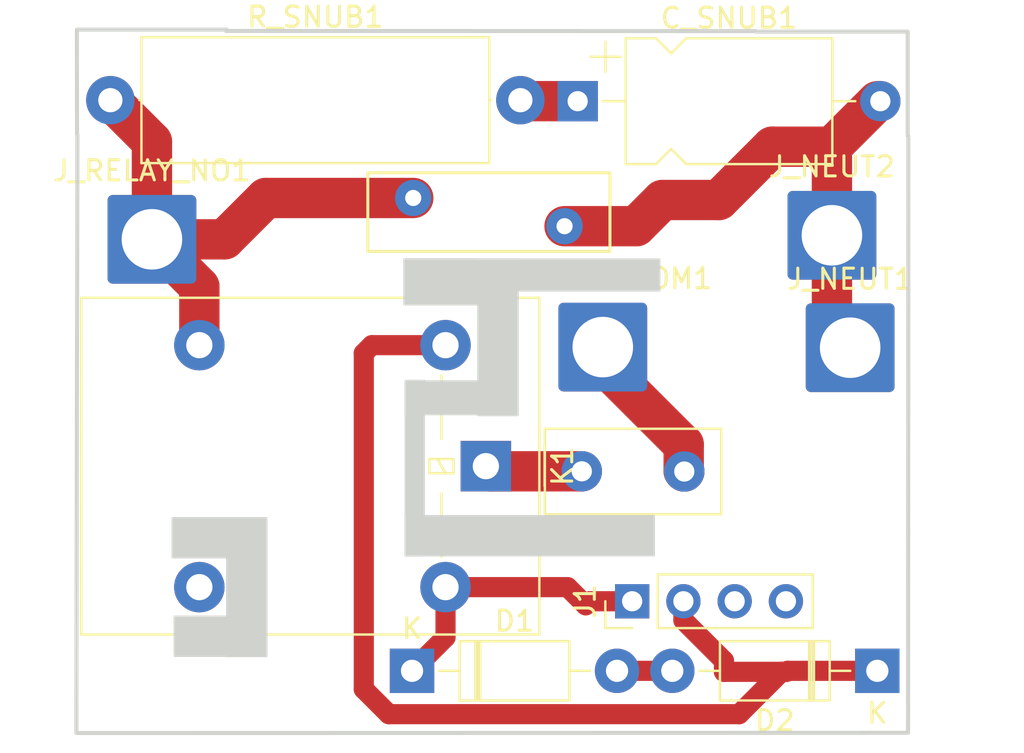
<source format=kicad_pcb>
(kicad_pcb (version 20240108) (generator "pcbnew") (generator_version "8.0")
  (layers (0 "F.Cu" signal) (31 "B.Cu" signal) (34 "B.Paste" user) (35 "F.Paste" user) (36 "B.SilkS" user "B.Silkscreen") (37 "F.SilkS" user "F.Silkscreen") (38 "B.Mask" user) (39 "F.Mask" user) (44 "Edge.Cuts" user))
  (net 0 "")
  (net 1 "Net-(C_SNUB1-Pad1)")
  (net 2 "NEUT")
  (net 3 "+5V")
  (net 4 "Net-(D1-A)")
  (net 5 "Net-(D2-K)")
  (net 7 "GND")
  (net 8 "Net-(J_RELAY_COM1-Pin_1)")
  (net 9 "Net-(J_RELAY_NO1-Pin_1)")
  (net 11 "Net-(F1-Pad2)")
  (footprint "Relay_THT:Relay_SPDT_Omron-G5LE-1" (layer "F.Cu") (at 20.365527 21.753945 -90)
    (property "Reference" "K1" (at 0 -3.8 90) (layer "F.SilkS"))
    (property "Value" "G5LE-1")
    (fp_line (start -8.35 20.05) (end 8.35 20.05) (stroke (width 0.12)) (layer "F.SilkS"))
    (fp_line (start 8.35 20.05) (end 8.35 -2.65) (stroke (width 0.12)) (layer "F.SilkS"))
    (fp_line (start -0.35 2.8) (end 0.35 2.8) (stroke (width 0.12)) (layer "F.SilkS"))
    (fp_line (start 0.35 2.8) (end 0.35 1.6) (stroke (width 0.12)) (layer "F.SilkS"))
    (fp_line (start -0.35 2.4) (end 0.35 2) (stroke (width 0.12)) (layer "F.SilkS"))
    (fp_line (start -4.5 2.2) (end -1.35 2.2) (stroke (width 0.12)) (layer "F.SilkS"))
    (fp_line (start 1.35 2.2) (end 4.5 2.2) (stroke (width 0.12)) (layer "F.SilkS"))
    (fp_line (start -0.35 1.6) (end -0.35 2.8) (stroke (width 0.12)) (layer "F.SilkS"))
    (fp_line (start 0.35 1.6) (end -0.35 1.6) (stroke (width 0.12)) (layer "F.SilkS"))
    (fp_line (start -8.35 -2.65) (end -8.35 20.05) (stroke (width 0.12)) (layer "F.SilkS"))
    (fp_line (start 8.35 -2.65) (end -8.35 -2.65) (stroke (width 0.12)) (layer "F.SilkS"))
    (fp_line (start -1 -2.91) (end 1 -2.91) (stroke (width 0.12)) (layer "F.SilkS"))
    (pad "1" thru_hole rect (at 0 0 270) (size 2.5 2.5) (drill 1.3) (layers "*.Cu" "*.Mask" "In1.Cu" "In2.Cu" "In3.Cu" "In4.Cu" "In5.Cu" "In6.Cu" "In7.Cu" "In8.Cu" "In9.Cu" "In10.Cu" "In11.Cu" "In12.Cu" "In13.Cu" "In14.Cu" "In15.Cu" "In16.Cu" "In17.Cu" "In18.Cu" "In19.Cu" "In20.Cu" "In21.Cu" "In22.Cu" "In23.Cu" "In24.Cu" "In25.Cu" "In26.Cu" "In27.Cu" "In28.Cu" "In29.Cu" "In30.Cu") (net 11 "Net-(F1-Pad2)"))
    (pad "2" thru_hole oval (at -6 2 270) (size 2.5 2.5) (drill 1.3) (layers "*.Cu" "*.Mask" "In1.Cu" "In2.Cu" "In3.Cu" "In4.Cu" "In5.Cu" "In6.Cu" "In7.Cu" "In8.Cu" "In9.Cu" "In10.Cu" "In11.Cu" "In12.Cu" "In13.Cu" "In14.Cu" "In15.Cu" "In16.Cu" "In17.Cu" "In18.Cu" "In19.Cu" "In20.Cu" "In21.Cu" "In22.Cu" "In23.Cu" "In24.Cu" "In25.Cu" "In26.Cu" "In27.Cu" "In28.Cu" "In29.Cu" "In30.Cu") (net 5 "Net-(D2-K)"))
    (pad "3" thru_hole oval (at -6 14.2 270) (size 2.5 2.5) (drill 1.3) (layers "*.Cu" "*.Mask" "In1.Cu" "In2.Cu" "In3.Cu" "In4.Cu" "In5.Cu" "In6.Cu" "In7.Cu" "In8.Cu" "In9.Cu" "In10.Cu" "In11.Cu" "In12.Cu" "In13.Cu" "In14.Cu" "In15.Cu" "In16.Cu" "In17.Cu" "In18.Cu" "In19.Cu" "In20.Cu" "In21.Cu" "In22.Cu" "In23.Cu" "In24.Cu" "In25.Cu" "In26.Cu" "In27.Cu" "In28.Cu" "In29.Cu" "In30.Cu") (net 9 "Net-(J_RELAY_NO1-Pin_1)"))
    (pad "4" thru_hole oval (at 6 14.2 270) (size 2.5 2.5) (drill 1.3) (layers "*.Cu" "*.Mask" "In1.Cu" "In2.Cu" "In3.Cu" "In4.Cu" "In5.Cu" "In6.Cu" "In7.Cu" "In8.Cu" "In9.Cu" "In10.Cu" "In11.Cu" "In12.Cu" "In13.Cu" "In14.Cu" "In15.Cu" "In16.Cu" "In17.Cu" "In18.Cu" "In19.Cu" "In20.Cu" "In21.Cu" "In22.Cu" "In23.Cu" "In24.Cu" "In25.Cu" "In26.Cu" "In27.Cu" "In28.Cu" "In29.Cu" "In30.Cu"))
    (pad "5" thru_hole oval (at 6 2 270) (size 2.5 2.5) (drill 1.3) (layers "*.Cu" "*.Mask" "In1.Cu" "In2.Cu" "In3.Cu" "In4.Cu" "In5.Cu" "In6.Cu" "In7.Cu" "In8.Cu" "In9.Cu" "In10.Cu" "In11.Cu" "In12.Cu" "In13.Cu" "In14.Cu" "In15.Cu" "In16.Cu" "In17.Cu" "In18.Cu" "In19.Cu" "In20.Cu" "In21.Cu" "In22.Cu" "In23.Cu" "In24.Cu" "In25.Cu" "In26.Cu" "In27.Cu" "In28.Cu" "In29.Cu" "In30.Cu") (net 3 "+5V"))
  )
  (footprint "Connector_Wire:SolderWire-2.5sqmm_1x01_D2.4mm_OD4.4mm" (layer "F.Cu") (at 38.41985 15.87922)
    (property "Reference" "J_NEUT1" (at 0 -3.4 0) (layer "F.SilkS"))
    (property "Value" "Conn_01x01_Socket")
    (pad "1" thru_hole roundrect (at 0 0) (size 4.4 4.4) (drill 3) (layers "*.Cu" "*.Mask" "In1.Cu" "In2.Cu" "In3.Cu" "In4.Cu" "In5.Cu" "In6.Cu" "In7.Cu" "In8.Cu" "In9.Cu" "In10.Cu" "In11.Cu" "In12.Cu" "In13.Cu" "In14.Cu" "In15.Cu" "In16.Cu" "In17.Cu" "In18.Cu" "In19.Cu" "In20.Cu" "In21.Cu" "In22.Cu" "In23.Cu" "In24.Cu" "In25.Cu" "In26.Cu" "In27.Cu" "In28.Cu" "In29.Cu" "In30.Cu") (roundrect_rratio 0.056818) (net 2 "NEUT"))
  )
  (footprint "Varistor:RV_Disc_D12mm_W3.9mm_P7.5mm" (layer "F.Cu") (at 16.765527 8.453945)
    (property "Reference" "RV_SNUB1" (at 3.75 3.65 0) (layer "F.SilkS"))
    (property "Value" "Varistor")
    (fp_line (start -2.25 -1.25) (end -2.25 2.65) (stroke (width 0.15)) (layer "F.SilkS"))
    (fp_line (start -2.25 -1.25) (end 9.75 -1.25) (stroke (width 0.15)) (layer "F.SilkS"))
    (fp_line (start -2.25 2.65) (end 9.75 2.65) (stroke (width 0.15)) (layer "F.SilkS"))
    (fp_line (start 9.75 -1.25) (end 9.75 2.65) (stroke (width 0.15)) (layer "F.SilkS"))
    (pad "1" thru_hole circle (at 0 0) (size 1.8 1.8) (drill 0.8) (layers "*.Cu" "*.Mask" "In1.Cu" "In2.Cu" "In3.Cu" "In4.Cu" "In5.Cu" "In6.Cu" "In7.Cu" "In8.Cu" "In9.Cu" "In10.Cu" "In11.Cu" "In12.Cu" "In13.Cu" "In14.Cu" "In15.Cu" "In16.Cu" "In17.Cu" "In18.Cu" "In19.Cu" "In20.Cu" "In21.Cu" "In22.Cu" "In23.Cu" "In24.Cu" "In25.Cu" "In26.Cu" "In27.Cu" "In28.Cu" "In29.Cu" "In30.Cu") (net 9 "Net-(J_RELAY_NO1-Pin_1)"))
    (pad "2" thru_hole circle (at 7.5 1.4) (size 1.8 1.8) (drill 0.8) (layers "*.Cu" "*.Mask" "In1.Cu" "In2.Cu" "In3.Cu" "In4.Cu" "In5.Cu" "In6.Cu" "In7.Cu" "In8.Cu" "In9.Cu" "In10.Cu" "In11.Cu" "In12.Cu" "In13.Cu" "In14.Cu" "In15.Cu" "In16.Cu" "In17.Cu" "In18.Cu" "In19.Cu" "In20.Cu" "In21.Cu" "In22.Cu" "In23.Cu" "In24.Cu" "In25.Cu" "In26.Cu" "In27.Cu" "In28.Cu" "In29.Cu" "In30.Cu") (net 2 "NEUT"))
  )
  (footprint "Fuse:Fuse_Littelfuse_395Series" (layer "F.Cu") (at 30.19985 22.01922 180)
    (property "Reference" "F1" (at 2.65 -2.95 0) (layer "F.SilkS"))
    (property "Value" "Fuse")
    (fp_line (start 6.91 2.12) (end 6.91 -2.12) (stroke (width 0.12)) (layer "F.SilkS"))
    (fp_line (start 6.91 2.12) (end -1.83 2.12) (stroke (width 0.12)) (layer "F.SilkS"))
    (fp_line (start -1.83 -2.12) (end 6.91 -2.12) (stroke (width 0.12)) (layer "F.SilkS"))
    (fp_line (start -1.83 -2.12) (end -1.83 2.12) (stroke (width 0.12)) (layer "F.SilkS"))
    (pad "1" thru_hole circle (at 0 0 180) (size 2 2) (drill 1) (layers "*.Cu" "*.Mask" "In1.Cu" "In2.Cu" "In3.Cu" "In4.Cu" "In5.Cu" "In6.Cu" "In7.Cu" "In8.Cu" "In9.Cu" "In10.Cu" "In11.Cu" "In12.Cu" "In13.Cu" "In14.Cu" "In15.Cu" "In16.Cu" "In17.Cu" "In18.Cu" "In19.Cu" "In20.Cu" "In21.Cu" "In22.Cu" "In23.Cu" "In24.Cu" "In25.Cu" "In26.Cu" "In27.Cu" "In28.Cu" "In29.Cu" "In30.Cu") (net 8 "Net-(J_RELAY_COM1-Pin_1)"))
    (pad "2" thru_hole circle (at 5.08 0.01 180) (size 2 2) (drill 1) (layers "*.Cu" "*.Mask" "In1.Cu" "In2.Cu" "In3.Cu" "In4.Cu" "In5.Cu" "In6.Cu" "In7.Cu" "In8.Cu" "In9.Cu" "In10.Cu" "In11.Cu" "In12.Cu" "In13.Cu" "In14.Cu" "In15.Cu" "In16.Cu" "In17.Cu" "In18.Cu" "In19.Cu" "In20.Cu" "In21.Cu" "In22.Cu" "In23.Cu" "In24.Cu" "In25.Cu" "In26.Cu" "In27.Cu" "In28.Cu" "In29.Cu" "In30.Cu") (net 11 "Net-(F1-Pad2)"))
  )
  (footprint "Connector_Wire:SolderWire-2.5sqmm_1x01_D2.4mm_OD4.4mm" (layer "F.Cu") (at 3.815527 10.503945)
    (property "Reference" "J_RELAY_NO1" (at 0 -3.4 0) (layer "F.SilkS"))
    (property "Value" "Conn_01x01_Socket")
    (pad "1" thru_hole roundrect (at 0 0) (size 4.4 4.4) (drill 3) (layers "*.Cu" "*.Mask" "In1.Cu" "In2.Cu" "In3.Cu" "In4.Cu" "In5.Cu" "In6.Cu" "In7.Cu" "In8.Cu" "In9.Cu" "In10.Cu" "In11.Cu" "In12.Cu" "In13.Cu" "In14.Cu" "In15.Cu" "In16.Cu" "In17.Cu" "In18.Cu" "In19.Cu" "In20.Cu" "In21.Cu" "In22.Cu" "In23.Cu" "In24.Cu" "In25.Cu" "In26.Cu" "In27.Cu" "In28.Cu" "In29.Cu" "In30.Cu") (roundrect_rratio 0.056818) (net 9 "Net-(J_RELAY_NO1-Pin_1)"))
  )
  (footprint "Connector_PinHeader_2.54mm:PinHeader_1x04_P2.54mm_Vertical" (layer "F.Cu") (at 27.615527 28.453945 90)
    (property "Reference" "J1" (at 0 -2.33 90) (layer "F.SilkS"))
    (property "Value" "Conn_01x04_Socket")
    (fp_line (start -1.33 -1.33) (end 0 -1.33) (stroke (width 0.12)) (layer "F.SilkS"))
    (fp_line (start -1.33 0) (end -1.33 -1.33) (stroke (width 0.12)) (layer "F.SilkS"))
    (fp_line (start 1.33 1.27) (end 1.33 8.95) (stroke (width 0.12)) (layer "F.SilkS"))
    (fp_line (start -1.33 1.27) (end 1.33 1.27) (stroke (width 0.12)) (layer "F.SilkS"))
    (fp_line (start -1.33 1.27) (end -1.33 8.95) (stroke (width 0.12)) (layer "F.SilkS"))
    (fp_line (start -1.33 8.95) (end 1.33 8.95) (stroke (width 0.12)) (layer "F.SilkS"))
    (pad "1" thru_hole rect (at 0 0 90) (size 1.7 1.7) (drill 1) (layers "*.Cu" "*.Mask" "In1.Cu" "In2.Cu" "In3.Cu" "In4.Cu" "In5.Cu" "In6.Cu" "In7.Cu" "In8.Cu" "In9.Cu" "In10.Cu" "In11.Cu" "In12.Cu" "In13.Cu" "In14.Cu" "In15.Cu" "In16.Cu" "In17.Cu" "In18.Cu" "In19.Cu" "In20.Cu" "In21.Cu" "In22.Cu" "In23.Cu" "In24.Cu" "In25.Cu" "In26.Cu" "In27.Cu" "In28.Cu" "In29.Cu" "In30.Cu") (net 3 "+5V"))
    (pad "2" thru_hole oval (at 0 2.54 90) (size 1.7 1.7) (drill 1) (layers "*.Cu" "*.Mask" "In1.Cu" "In2.Cu" "In3.Cu" "In4.Cu" "In5.Cu" "In6.Cu" "In7.Cu" "In8.Cu" "In9.Cu" "In10.Cu" "In11.Cu" "In12.Cu" "In13.Cu" "In14.Cu" "In15.Cu" "In16.Cu" "In17.Cu" "In18.Cu" "In19.Cu" "In20.Cu" "In21.Cu" "In22.Cu" "In23.Cu" "In24.Cu" "In25.Cu" "In26.Cu" "In27.Cu" "In28.Cu" "In29.Cu" "In30.Cu") (net 5 "Net-(D2-K)"))
    (pad "3" thru_hole oval (at 0 5.08 90) (size 1.7 1.7) (drill 1) (layers "*.Cu" "*.Mask" "In1.Cu" "In2.Cu" "In3.Cu" "In4.Cu" "In5.Cu" "In6.Cu" "In7.Cu" "In8.Cu" "In9.Cu" "In10.Cu" "In11.Cu" "In12.Cu" "In13.Cu" "In14.Cu" "In15.Cu" "In16.Cu" "In17.Cu" "In18.Cu" "In19.Cu" "In20.Cu" "In21.Cu" "In22.Cu" "In23.Cu" "In24.Cu" "In25.Cu" "In26.Cu" "In27.Cu" "In28.Cu" "In29.Cu" "In30.Cu"))
    (pad "4" thru_hole oval (at 0 7.62 90) (size 1.7 1.7) (drill 1) (layers "*.Cu" "*.Mask" "In1.Cu" "In2.Cu" "In3.Cu" "In4.Cu" "In5.Cu" "In6.Cu" "In7.Cu" "In8.Cu" "In9.Cu" "In10.Cu" "In11.Cu" "In12.Cu" "In13.Cu" "In14.Cu" "In15.Cu" "In16.Cu" "In17.Cu" "In18.Cu" "In19.Cu" "In20.Cu" "In21.Cu" "In22.Cu" "In23.Cu" "In24.Cu" "In25.Cu" "In26.Cu" "In27.Cu" "In28.Cu" "In29.Cu" "In30.Cu") (net 7 "GND"))
  )
  (footprint "Diode_THT:D_DO-41_SOD81_P10.16mm_Horizontal" (layer "F.Cu") (at 16.705527 31.903945)
    (property "Reference" "D1" (at 5.08 -2.47 0) (layer "F.SilkS"))
    (property "Value" "1N4007")
    (fp_line (start 1.34 0) (end 2.36 0) (stroke (width 0.12)) (layer "F.SilkS"))
    (fp_line (start 2.36 -1.47) (end 2.36 1.47) (stroke (width 0.12)) (layer "F.SilkS"))
    (fp_line (start 2.36 1.47) (end 7.8 1.47) (stroke (width 0.12)) (layer "F.SilkS"))
    (fp_line (start 3.14 -1.47) (end 3.14 1.47) (stroke (width 0.12)) (layer "F.SilkS"))
    (fp_line (start 3.26 -1.47) (end 3.26 1.47) (stroke (width 0.12)) (layer "F.SilkS"))
    (fp_line (start 3.38 -1.47) (end 3.38 1.47) (stroke (width 0.12)) (layer "F.SilkS"))
    (fp_line (start 7.8 -1.47) (end 2.36 -1.47) (stroke (width 0.12)) (layer "F.SilkS"))
    (fp_line (start 7.8 1.47) (end 7.8 -1.47) (stroke (width 0.12)) (layer "F.SilkS"))
    (fp_line (start 8.82 0) (end 7.8 0) (stroke (width 0.12)) (layer "F.SilkS"))
    (fp_text user "K" (at 0 -2.1 0) (layer "F.SilkS"))
    (pad "1" thru_hole rect (at 0 0) (size 2.2 2.2) (drill 1.1) (layers "*.Cu" "*.Mask" "In1.Cu" "In2.Cu" "In3.Cu" "In4.Cu" "In5.Cu" "In6.Cu" "In7.Cu" "In8.Cu" "In9.Cu" "In10.Cu" "In11.Cu" "In12.Cu" "In13.Cu" "In14.Cu" "In15.Cu" "In16.Cu" "In17.Cu" "In18.Cu" "In19.Cu" "In20.Cu" "In21.Cu" "In22.Cu" "In23.Cu" "In24.Cu" "In25.Cu" "In26.Cu" "In27.Cu" "In28.Cu" "In29.Cu" "In30.Cu") (net 3 "+5V"))
    (pad "2" thru_hole oval (at 10.16 0) (size 2.2 2.2) (drill 1.1) (layers "*.Cu" "*.Mask" "In1.Cu" "In2.Cu" "In3.Cu" "In4.Cu" "In5.Cu" "In6.Cu" "In7.Cu" "In8.Cu" "In9.Cu" "In10.Cu" "In11.Cu" "In12.Cu" "In13.Cu" "In14.Cu" "In15.Cu" "In16.Cu" "In17.Cu" "In18.Cu" "In19.Cu" "In20.Cu" "In21.Cu" "In22.Cu" "In23.Cu" "In24.Cu" "In25.Cu" "In26.Cu" "In27.Cu" "In28.Cu" "In29.Cu" "In30.Cu") (net 4 "Net-(D1-A)"))
  )
  (footprint "Connector_Wire:SolderWire-2.5sqmm_1x01_D2.4mm_OD4.4mm" (layer "F.Cu") (at 26.15985 15.84922)
    (property "Reference" "J_RELAY_COM1" (at 0 -3.4 0) (layer "F.SilkS"))
    (property "Value" "Conn_01x01_Socket")
    (pad "1" thru_hole roundrect (at 0 0) (size 4.4 4.4) (drill 3) (layers "*.Cu" "*.Mask" "In1.Cu" "In2.Cu" "In3.Cu" "In4.Cu" "In5.Cu" "In6.Cu" "In7.Cu" "In8.Cu" "In9.Cu" "In10.Cu" "In11.Cu" "In12.Cu" "In13.Cu" "In14.Cu" "In15.Cu" "In16.Cu" "In17.Cu" "In18.Cu" "In19.Cu" "In20.Cu" "In21.Cu" "In22.Cu" "In23.Cu" "In24.Cu" "In25.Cu" "In26.Cu" "In27.Cu" "In28.Cu" "In29.Cu" "In30.Cu") (roundrect_rratio 0.056818) (net 8 "Net-(J_RELAY_COM1-Pin_1)"))
  )
  (footprint "Diode_THT:D_DO-41_SOD81_P10.16mm_Horizontal" (layer "F.Cu") (at 39.765527 31.903945 180)
    (property "Reference" "D2" (at 5.08 -2.47 0) (layer "F.SilkS"))
    (property "Value" "D_Zener")
    (fp_line (start 8.82 0) (end 7.8 0) (stroke (width 0.12)) (layer "F.SilkS"))
    (fp_line (start 7.8 1.47) (end 7.8 -1.47) (stroke (width 0.12)) (layer "F.SilkS"))
    (fp_line (start 7.8 -1.47) (end 2.36 -1.47) (stroke (width 0.12)) (layer "F.SilkS"))
    (fp_line (start 3.38 -1.47) (end 3.38 1.47) (stroke (width 0.12)) (layer "F.SilkS"))
    (fp_line (start 3.26 -1.47) (end 3.26 1.47) (stroke (width 0.12)) (layer "F.SilkS"))
    (fp_line (start 3.14 -1.47) (end 3.14 1.47) (stroke (width 0.12)) (layer "F.SilkS"))
    (fp_line (start 2.36 1.47) (end 7.8 1.47) (stroke (width 0.12)) (layer "F.SilkS"))
    (fp_line (start 2.36 -1.47) (end 2.36 1.47) (stroke (width 0.12)) (layer "F.SilkS"))
    (fp_line (start 1.34 0) (end 2.36 0) (stroke (width 0.12)) (layer "F.SilkS"))
    (fp_text user "K" (at 0 -2.1 0) (layer "F.SilkS"))
    (pad "1" thru_hole rect (at 0 0 180) (size 2.2 2.2) (drill 1.1) (layers "*.Cu" "*.Mask" "In1.Cu" "In2.Cu" "In3.Cu" "In4.Cu" "In5.Cu" "In6.Cu" "In7.Cu" "In8.Cu" "In9.Cu" "In10.Cu" "In11.Cu" "In12.Cu" "In13.Cu" "In14.Cu" "In15.Cu" "In16.Cu" "In17.Cu" "In18.Cu" "In19.Cu" "In20.Cu" "In21.Cu" "In22.Cu" "In23.Cu" "In24.Cu" "In25.Cu" "In26.Cu" "In27.Cu" "In28.Cu" "In29.Cu" "In30.Cu") (net 5 "Net-(D2-K)"))
    (pad "2" thru_hole oval (at 10.16 0 180) (size 2.2 2.2) (drill 1.1) (layers "*.Cu" "*.Mask" "In1.Cu" "In2.Cu" "In3.Cu" "In4.Cu" "In5.Cu" "In6.Cu" "In7.Cu" "In8.Cu" "In9.Cu" "In10.Cu" "In11.Cu" "In12.Cu" "In13.Cu" "In14.Cu" "In15.Cu" "In16.Cu" "In17.Cu" "In18.Cu" "In19.Cu" "In20.Cu" "In21.Cu" "In22.Cu" "In23.Cu" "In24.Cu" "In25.Cu" "In26.Cu" "In27.Cu" "In28.Cu" "In29.Cu" "In30.Cu") (net 4 "Net-(D1-A)"))
  )
  (footprint "Capacitor_THT:CP_Axial_L10.0mm_D6.0mm_P15.00mm_Horizontal" (layer "F.Cu") (at 24.915527 3.653945)
    (property "Reference" "C_SNUB1" (at 7.5 -4.12 0) (layer "F.SilkS"))
    (property "Value" "C")
    (fp_line (start 0.63 -2.2) (end 2.13 -2.2) (stroke (width 0.12)) (layer "F.SilkS"))
    (fp_line (start 1.24 0) (end 2.38 0) (stroke (width 0.12)) (layer "F.SilkS"))
    (fp_line (start 1.38 -2.95) (end 1.38 -1.45) (stroke (width 0.12)) (layer "F.SilkS"))
    (fp_line (start 2.38 -3.12) (end 2.38 3.12) (stroke (width 0.12)) (layer "F.SilkS"))
    (fp_line (start 2.38 -3.12) (end 3.88 -3.12) (stroke (width 0.12)) (layer "F.SilkS"))
    (fp_line (start 2.38 3.12) (end 3.88 3.12) (stroke (width 0.12)) (layer "F.SilkS"))
    (fp_line (start 3.88 -3.12) (end 4.63 -2.37) (stroke (width 0.12)) (layer "F.SilkS"))
    (fp_line (start 3.88 3.12) (end 4.63 2.37) (stroke (width 0.12)) (layer "F.SilkS"))
    (fp_line (start 4.63 -2.37) (end 5.38 -3.12) (stroke (width 0.12)) (layer "F.SilkS"))
    (fp_line (start 4.63 2.37) (end 5.38 3.12) (stroke (width 0.12)) (layer "F.SilkS"))
    (fp_line (start 5.38 -3.12) (end 12.62 -3.12) (stroke (width 0.12)) (layer "F.SilkS"))
    (fp_line (start 5.38 3.12) (end 12.62 3.12) (stroke (width 0.12)) (layer "F.SilkS"))
    (fp_line (start 12.62 -3.12) (end 12.62 3.12) (stroke (width 0.12)) (layer "F.SilkS"))
    (fp_line (start 13.76 0) (end 12.62 0) (stroke (width 0.12)) (layer "F.SilkS"))
    (pad "1" thru_hole rect (at 0 0) (size 2 2) (drill 1) (layers "*.Cu" "*.Mask" "In1.Cu" "In2.Cu" "In3.Cu" "In4.Cu" "In5.Cu" "In6.Cu" "In7.Cu" "In8.Cu" "In9.Cu" "In10.Cu" "In11.Cu" "In12.Cu" "In13.Cu" "In14.Cu" "In15.Cu" "In16.Cu" "In17.Cu" "In18.Cu" "In19.Cu" "In20.Cu" "In21.Cu" "In22.Cu" "In23.Cu" "In24.Cu" "In25.Cu" "In26.Cu" "In27.Cu" "In28.Cu" "In29.Cu" "In30.Cu") (net 1 "Net-(C_SNUB1-Pad1)"))
    (pad "2" thru_hole oval (at 15 0) (size 2 2) (drill 1) (layers "*.Cu" "*.Mask" "In1.Cu" "In2.Cu" "In3.Cu" "In4.Cu" "In5.Cu" "In6.Cu" "In7.Cu" "In8.Cu" "In9.Cu" "In10.Cu" "In11.Cu" "In12.Cu" "In13.Cu" "In14.Cu" "In15.Cu" "In16.Cu" "In17.Cu" "In18.Cu" "In19.Cu" "In20.Cu" "In21.Cu" "In22.Cu" "In23.Cu" "In24.Cu" "In25.Cu" "In26.Cu" "In27.Cu" "In28.Cu" "In29.Cu" "In30.Cu") (net 2 "NEUT"))
  )
  (footprint "Resistor_THT:R_Axial_DIN0617_L17.0mm_D6.0mm_P20.32mm_Horizontal" (layer "F.Cu") (at 1.755527 3.603945)
    (property "Reference" "R_SNUB1" (at 10.16 -4.12 0) (layer "F.SilkS"))
    (property "Value" "R")
    (fp_line (start 1.44 0) (end 1.54 0) (stroke (width 0.12)) (layer "F.SilkS"))
    (fp_line (start 1.54 -3.12) (end 1.54 3.12) (stroke (width 0.12)) (layer "F.SilkS"))
    (fp_line (start 1.54 3.12) (end 18.78 3.12) (stroke (width 0.12)) (layer "F.SilkS"))
    (fp_line (start 18.78 -3.12) (end 1.54 -3.12) (stroke (width 0.12)) (layer "F.SilkS"))
    (fp_line (start 18.78 3.12) (end 18.78 -3.12) (stroke (width 0.12)) (layer "F.SilkS"))
    (fp_line (start 18.88 0) (end 18.78 0) (stroke (width 0.12)) (layer "F.SilkS"))
    (pad "1" thru_hole circle (at 0 0) (size 2.4 2.4) (drill 1.2) (layers "*.Cu" "*.Mask" "In1.Cu" "In2.Cu" "In3.Cu" "In4.Cu" "In5.Cu" "In6.Cu" "In7.Cu" "In8.Cu" "In9.Cu" "In10.Cu" "In11.Cu" "In12.Cu" "In13.Cu" "In14.Cu" "In15.Cu" "In16.Cu" "In17.Cu" "In18.Cu" "In19.Cu" "In20.Cu" "In21.Cu" "In22.Cu" "In23.Cu" "In24.Cu" "In25.Cu" "In26.Cu" "In27.Cu" "In28.Cu" "In29.Cu" "In30.Cu") (net 9 "Net-(J_RELAY_NO1-Pin_1)"))
    (pad "2" thru_hole oval (at 20.32 0) (size 2.4 2.4) (drill 1.2) (layers "*.Cu" "*.Mask" "In1.Cu" "In2.Cu" "In3.Cu" "In4.Cu" "In5.Cu" "In6.Cu" "In7.Cu" "In8.Cu" "In9.Cu" "In10.Cu" "In11.Cu" "In12.Cu" "In13.Cu" "In14.Cu" "In15.Cu" "In16.Cu" "In17.Cu" "In18.Cu" "In19.Cu" "In20.Cu" "In21.Cu" "In22.Cu" "In23.Cu" "In24.Cu" "In25.Cu" "In26.Cu" "In27.Cu" "In28.Cu" "In29.Cu" "In30.Cu") (net 1 "Net-(C_SNUB1-Pad1)"))
  )
  (footprint "Connector_Wire:SolderWire-2.5sqmm_1x01_D2.4mm_OD4.4mm" (layer "F.Cu") (at 37.515527 10.303945)
    (property "Reference" "J_NEUT2" (at 0 -3.4 0) (layer "F.SilkS"))
    (property "Value" "Conn_01x01_Socket")
    (pad "1" thru_hole roundrect (at 0 0) (size 4.4 4.4) (drill 3) (layers "*.Cu" "*.Mask" "In1.Cu" "In2.Cu" "In3.Cu" "In4.Cu" "In5.Cu" "In6.Cu" "In7.Cu" "In8.Cu" "In9.Cu" "In10.Cu" "In11.Cu" "In12.Cu" "In13.Cu" "In14.Cu" "In15.Cu" "In16.Cu" "In17.Cu" "In18.Cu" "In19.Cu" "In20.Cu" "In21.Cu" "In22.Cu" "In23.Cu" "In24.Cu" "In25.Cu" "In26.Cu" "In27.Cu" "In28.Cu" "In29.Cu" "In30.Cu") (roundrect_rratio 0.056818) (net 2 "NEUT"))
  )
  (gr_rect (start 4.815527 24.303945) (end 7.515527 26.303945) (stroke (width 0.05)) (fill solid) (layer "Edge.Cuts"))
  (gr_rect (start 4.915527 29.18922) (end 7.515527 31.18922) (stroke (width 0.05)) (fill solid) (layer "Edge.Cuts"))
  (gr_rect (start 16.365527 17.493945) (end 17.315527 26.203945) (stroke (width 0.05)) (fill solid) (layer "Edge.Cuts"))
  (gr_rect (start 16.365527 24.203945) (end 28.715527 26.203945) (stroke (width 0.05)) (fill solid) (layer "Edge.Cuts"))
  (gr_poly (pts (xy 0.06985 34.98922) (xy 41.289521 34.979031) (xy 41.302528 5.373712) (xy 41.272722 5.372948) (xy 41.272722 0.203975) (xy 33.742722 0.203975) (xy 33.742722 0.178173) (xy 7.52053 0.169728) (xy 7.520637 0.103975) (xy 0.096117 0.103975) (xy 0.104562 5.315037) (xy 0.12191 5.315616)) (stroke (width 0.2)) (fill none) (layer "Edge.Cuts"))
  (gr_rect (start 21.83985 11.47922) (end 28.98985 13.06922) (stroke (width 0.05)) (fill solid) (layer "Edge.Cuts"))
  (gr_rect (start 16.365527 17.523945) (end 19.965527 19.203945) (stroke (width 0.05)) (fill solid) (layer "Edge.Cuts"))
  (gr_rect (start 7.515527 24.303945) (end 9.515527 31.203945) (stroke (width 0.05)) (fill solid) (layer "Edge.Cuts"))
  (gr_rect (start 16.29985 11.46922) (end 19.94985 13.75922) (stroke (width 0.05)) (fill solid) (layer "Edge.Cuts"))
  (gr_rect (start 19.965527 11.473945) (end 21.965527 19.253945) (stroke (width 0.05)) (fill solid) (layer "Edge.Cuts"))
  (segment (start 22.125527 3.653945) (end 22.075527 3.603945) (width 2) (layer "F.Cu") (net 1))
  (segment (start 24.915527 3.653945) (end 22.125527 3.653945) (width 2) (layer "F.Cu") (net 1))
  (segment (start 34.558332 5.91114) (end 37.515527 5.91114) (width 2) (layer "F.Cu") (net 2))
  (segment (start 24.265527 9.853945) (end 27.815527 9.853945) (width 2) (layer "F.Cu") (net 2))
  (segment (start 37.565527 10.288905) (end 38.465527 11.188905) (width 2) (layer "F.Cu") (net 2))
  (segment (start 31.915527 8.553945) (end 34.558332 5.91114) (width 2) (layer "F.Cu") (net 2))
  (segment (start 37.515527 10.303945) (end 37.515527 14.974897) (width 2) (layer "F.Cu") (net 2))
  (segment (start 37.515527 5.91114) (end 39.772722 3.653945) (width 2) (layer "F.Cu") (net 2))
  (segment (start 27.815527 9.853945) (end 29.115527 8.553945) (width 2) (layer "F.Cu") (net 2))
  (segment (start 38.465527 11.253945) (end 37.515527 10.303945) (width 2) (layer "F.Cu") (net 2))
  (segment (start 37.515527 14.974897) (end 38.41985 15.87922) (width 2) (layer "F.Cu") (net 2))
  (segment (start 37.515527 10.303945) (end 37.515527 5.91114) (width 2) (layer "F.Cu") (net 2))
  (segment (start 29.115527 8.553945) (end 31.915527 8.553945) (width 2) (layer "F.Cu") (net 2))
  (segment (start 25.515527 28.453945) (end 27.615527 28.453945) (width 1) (layer "F.Cu") (net 3))
  (segment (start 25.315527 28.653945) (end 25.515527 28.453945) (width 1) (layer "F.Cu") (net 3))
  (segment (start 18.365527 27.753945) (end 24.415527 27.753945) (width 1) (layer "F.Cu") (net 3))
  (segment (start 24.415527 27.753945) (end 25.315527 28.653945) (width 1) (layer "F.Cu") (net 3))
  (segment (start 18.365527 30.243945) (end 16.705527 31.903945) (width 1) (layer "F.Cu") (net 3))
  (segment (start 18.365527 27.753945) (end 18.365527 30.243945) (width 1) (layer "F.Cu") (net 3))
  (segment (start 26.865527 31.903945) (end 29.605527 31.903945) (width 1) (layer "F.Cu") (net 4))
  (segment (start 32.165527 31.953945) (end 35.015527 31.953945) (width 1) (layer "F.Cu") (net 5))
  (segment (start 15.555331 34.053945) (end 32.915527 34.053945) (width 1) (layer "F.Cu") (net 5))
  (segment (start 14.315527 32.814141) (end 15.555331 34.053945) (width 1) (layer "F.Cu") (net 5))
  (segment (start 32.915527 34.053945) (end 35.015527 31.953945) (width 1) (layer "F.Cu") (net 5))
  (segment (start 30.155527 29.393945) (end 32.165527 31.403945) (width 1) (layer "F.Cu") (net 5))
  (segment (start 14.715527 15.753945) (end 18.365527 15.753945) (width 1) (layer "F.Cu") (net 5))
  (segment (start 14.315527 16.153945) (end 14.315527 32.814141) (width 1) (layer "F.Cu") (net 5))
  (segment (start 32.165527 31.403945) (end 32.165527 31.953945) (width 1) (layer "F.Cu") (net 5))
  (segment (start 30.155527 28.453945) (end 30.155527 29.393945) (width 1) (layer "F.Cu") (net 5))
  (segment (start 35.315527 31.903945) (end 39.765527 31.903945) (width 1) (layer "F.Cu") (net 5))
  (segment (start 35.015527 31.953945) (end 35.265527 31.953945) (width 1) (layer "F.Cu") (net 5))
  (segment (start 14.315527 16.153945) (end 14.715527 15.753945) (width 1) (layer "F.Cu") (net 5))
  (segment (start 35.265527 31.953945) (end 35.315527 31.903945) (width 1) (layer "F.Cu") (net 5))
  (segment (start 26.15985 16.69922) (end 26.15985 15.84922) (width 2) (layer "F.Cu") (net 8))
  (segment (start 30.13985 20.67922) (end 26.15985 16.69922) (width 2) (layer "F.Cu") (net 8))
  (segment (start 30.19985 22.01922) (end 30.16985 21.98922) (width 2) (layer "F.Cu") (net 8))
  (segment (start 30.16985 20.67922) (end 30.13985 20.67922) (width 2) (layer "F.Cu") (net 8))
  (segment (start 30.16985 21.98922) (end 30.16985 20.67922) (width 2) (layer "F.Cu") (net 8))
  (segment (start 26.22985 15.84922) (end 26.15985 15.84922) (width 2) (layer "F.Cu") (net 8))
  (segment (start 3.815527 5.663945) (end 1.755527 3.603945) (width 2) (layer "F.Cu") (net 9))
  (segment (start 9.465527 8.453945) (end 16.765527 8.453945) (width 2) (layer "F.Cu") (net 9))
  (segment (start 6.165527 12.853945) (end 3.815527 10.503945) (width 2) (layer "F.Cu") (net 9))
  (segment (start 6.165527 15.753945) (end 6.165527 12.853945) (width 2) (layer "F.Cu") (net 9))
  (segment (start 3.815527 10.503945) (end 7.415527 10.503945) (width 2) (layer "F.Cu") (net 9))
  (segment (start 7.415527 10.503945) (end 9.465527 8.453945) (width 2) (layer "F.Cu") (net 9))
  (segment (start 3.815527 10.503945) (end 3.815527 5.663945) (width 2) (layer "F.Cu") (net 9))
  (segment (start 20.620802 22.00922) (end 20.365527 21.753945) (width 2) (layer "F.Cu") (net 11))
  (segment (start 25.11985 22.00922) (end 20.620802 22.00922) (width 2) (layer "F.Cu") (net 11))
)
</source>
